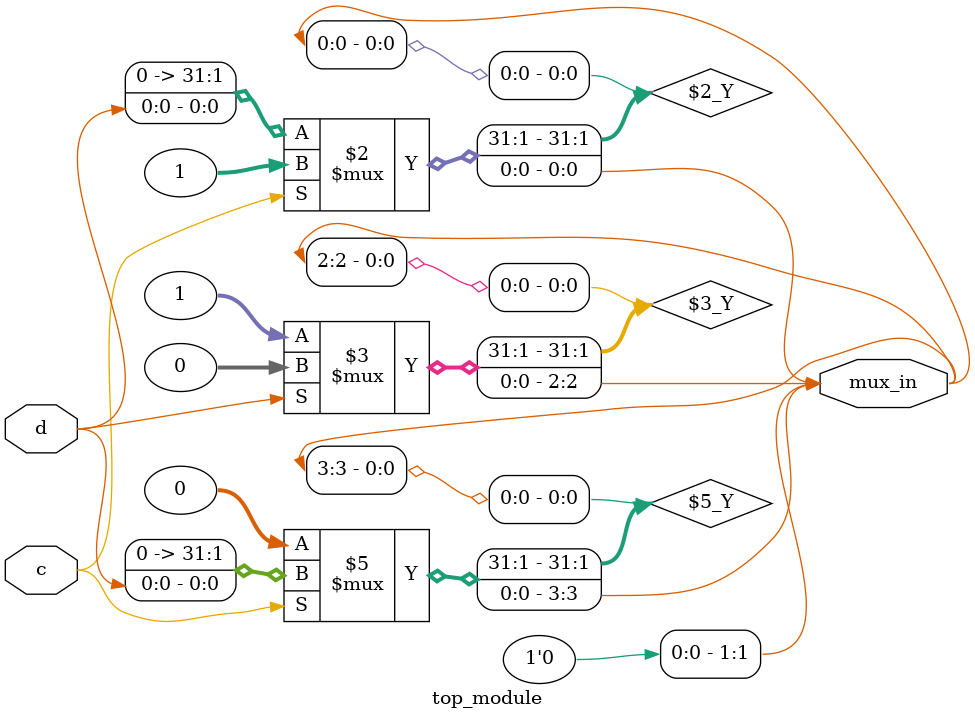
<source format=sv>
module top_module(
    input c,
    input d,
    output [3:0] mux_in
  );

  assign mux_in[0] = c ? 1 : d;
  assign mux_in[1] = 1'b0;
  assign mux_in[2] = d ? 0 : 1;
  assign mux_in[3] = c ? d : 0;

`ifdef COCOTB_SIM

  initial
  begin
    $dumpfile ("top_module.vcd");
    $dumpvars (0, top_module);
    #1;
  end
`endif
endmodule

</source>
